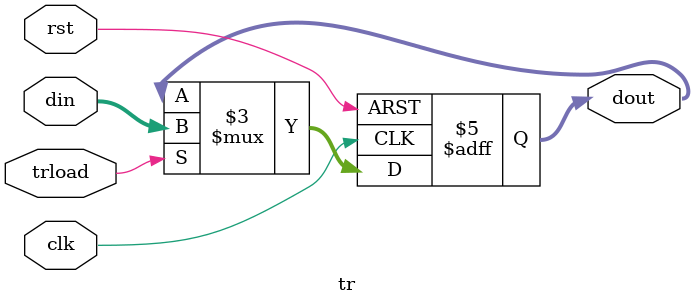
<source format=v>
/*数据暂存器,处理双字节指令时使用，用来存储低八位的地址或数值*/
module tr(din, clk,rst, trload, dout);
input  clk, rst, trload;
input [7:0] din;
output [7:0]dout;
reg [7:0] dout;
always @(posedge clk or negedge rst)
	if(rst==0)
		dout<=0;
	else if(trload)
		dout<=din;
endmodule
</source>
